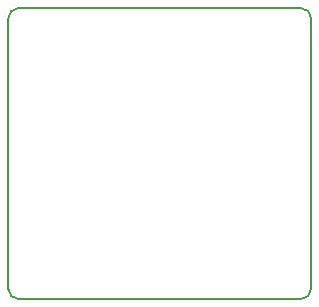
<source format=gbr>
G04 #@! TF.GenerationSoftware,KiCad,Pcbnew,5.0.1*
G04 #@! TF.CreationDate,2019-03-05T21:59:43-06:00*
G04 #@! TF.ProjectId,CH552Devboard,4348353532446576626F6172642E6B69,rev?*
G04 #@! TF.SameCoordinates,Original*
G04 #@! TF.FileFunction,Profile,NP*
%FSLAX46Y46*%
G04 Gerber Fmt 4.6, Leading zero omitted, Abs format (unit mm)*
G04 Created by KiCad (PCBNEW 5.0.1) date Tue 05 Mar 2019 09:59:43 PM CST*
%MOMM*%
%LPD*%
G01*
G04 APERTURE LIST*
%ADD10C,0.150000*%
G04 APERTURE END LIST*
D10*
X180800000Y-98000000D02*
X156800000Y-98000000D01*
X181600000Y-121800000D02*
X181600000Y-98800000D01*
X156800000Y-122600000D02*
X180800000Y-122600000D01*
X156000000Y-98800000D02*
X156000000Y-121800000D01*
X156800000Y-122600000D02*
G75*
G02X156000000Y-121800000I0J800000D01*
G01*
X156000000Y-98800000D02*
G75*
G02X156800000Y-98000000I800000J0D01*
G01*
X180800000Y-98000000D02*
G75*
G02X181600000Y-98800000I0J-800000D01*
G01*
X181600000Y-121800000D02*
G75*
G02X180800000Y-122600000I-800000J0D01*
G01*
M02*

</source>
